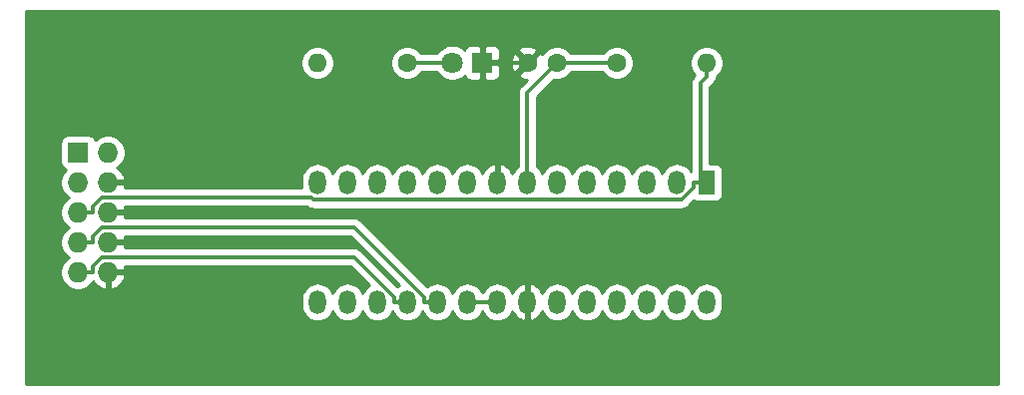
<source format=gbr>
%TF.GenerationSoftware,KiCad,Pcbnew,5.1.6-c6e7f7d~86~ubuntu18.04.1*%
%TF.CreationDate,2020-05-25T18:42:42+02:00*%
%TF.ProjectId,atmega_prog_adapter_v1,61746d65-6761-45f7-9072-6f675f616461,1.0*%
%TF.SameCoordinates,PX60e4b00PY60e4b00*%
%TF.FileFunction,Copper,L1,Top*%
%TF.FilePolarity,Positive*%
%FSLAX46Y46*%
G04 Gerber Fmt 4.6, Leading zero omitted, Abs format (unit mm)*
G04 Created by KiCad (PCBNEW 5.1.6-c6e7f7d~86~ubuntu18.04.1) date 2020-05-25 18:42:42*
%MOMM*%
%LPD*%
G01*
G04 APERTURE LIST*
%TA.AperFunction,ComponentPad*%
%ADD10C,1.600000*%
%TD*%
%TA.AperFunction,ComponentPad*%
%ADD11R,1.800000X1.800000*%
%TD*%
%TA.AperFunction,ComponentPad*%
%ADD12C,1.800000*%
%TD*%
%TA.AperFunction,ComponentPad*%
%ADD13R,1.727200X1.727200*%
%TD*%
%TA.AperFunction,ComponentPad*%
%ADD14O,1.727200X1.727200*%
%TD*%
%TA.AperFunction,ComponentPad*%
%ADD15O,1.600000X1.600000*%
%TD*%
%TA.AperFunction,ComponentPad*%
%ADD16R,1.440000X2.000000*%
%TD*%
%TA.AperFunction,ComponentPad*%
%ADD17O,1.440000X2.000000*%
%TD*%
%TA.AperFunction,Conductor*%
%ADD18C,0.350000*%
%TD*%
%TA.AperFunction,Conductor*%
%ADD19C,0.254000*%
%TD*%
G04 APERTURE END LIST*
D10*
%TO.P,C1,1*%
%TO.N,Net-(C1-Pad1)*%
X45720000Y27940000D03*
%TO.P,C1,2*%
%TO.N,GND*%
X43220000Y27940000D03*
%TD*%
D11*
%TO.P,D1,1*%
%TO.N,GND*%
X39370000Y27940000D03*
D12*
%TO.P,D1,2*%
%TO.N,Net-(D1-Pad2)*%
X36830000Y27940000D03*
%TD*%
D13*
%TO.P,J1,1*%
%TO.N,/MOSI*%
X5080000Y20320000D03*
D14*
%TO.P,J1,2*%
%TO.N,Net-(C1-Pad1)*%
X7620000Y20320000D03*
%TO.P,J1,3*%
%TO.N,Net-(J1-Pad3)*%
X5080000Y17780000D03*
%TO.P,J1,4*%
%TO.N,GND*%
X7620000Y17780000D03*
%TO.P,J1,5*%
%TO.N,/RESET*%
X5080000Y15240000D03*
%TO.P,J1,6*%
%TO.N,GND*%
X7620000Y15240000D03*
%TO.P,J1,7*%
%TO.N,/SCK*%
X5080000Y12700000D03*
%TO.P,J1,8*%
%TO.N,GND*%
X7620000Y12700000D03*
%TO.P,J1,9*%
%TO.N,/MISO*%
X5080000Y10160000D03*
%TO.P,J1,10*%
%TO.N,GND*%
X7620000Y10160000D03*
%TD*%
D10*
%TO.P,R1,1*%
%TO.N,Net-(C1-Pad1)*%
X50800000Y27940000D03*
D15*
%TO.P,R1,2*%
%TO.N,/RESET*%
X58420000Y27940000D03*
%TD*%
%TO.P,R2,2*%
%TO.N,Net-(R2-Pad2)*%
X25400000Y27940000D03*
D10*
%TO.P,R2,1*%
%TO.N,Net-(D1-Pad2)*%
X33020000Y27940000D03*
%TD*%
D16*
%TO.P,U1,1*%
%TO.N,/RESET*%
X58420000Y17780000D03*
D17*
%TO.P,U1,28*%
%TO.N,Net-(U1-Pad28)*%
X58420000Y7620000D03*
%TO.P,U1,2*%
%TO.N,Net-(U1-Pad2)*%
X55880000Y17780000D03*
%TO.P,U1,27*%
%TO.N,Net-(U1-Pad27)*%
X55880000Y7620000D03*
%TO.P,U1,3*%
%TO.N,Net-(U1-Pad3)*%
X53340000Y17780000D03*
%TO.P,U1,26*%
%TO.N,Net-(U1-Pad26)*%
X53340000Y7620000D03*
%TO.P,U1,4*%
%TO.N,Net-(U1-Pad4)*%
X50800000Y17780000D03*
%TO.P,U1,25*%
%TO.N,Net-(U1-Pad25)*%
X50800000Y7620000D03*
%TO.P,U1,5*%
%TO.N,Net-(U1-Pad5)*%
X48260000Y17780000D03*
%TO.P,U1,24*%
%TO.N,Net-(U1-Pad24)*%
X48260000Y7620000D03*
%TO.P,U1,6*%
%TO.N,Net-(U1-Pad6)*%
X45720000Y17780000D03*
%TO.P,U1,23*%
%TO.N,Net-(U1-Pad23)*%
X45720000Y7620000D03*
%TO.P,U1,7*%
%TO.N,Net-(C1-Pad1)*%
X43180000Y17780000D03*
%TO.P,U1,22*%
%TO.N,GND*%
X43180000Y7620000D03*
%TO.P,U1,8*%
X40640000Y17780000D03*
%TO.P,U1,21*%
%TO.N,Net-(C1-Pad1)*%
X40640000Y7620000D03*
%TO.P,U1,9*%
%TO.N,Net-(U1-Pad9)*%
X38100000Y17780000D03*
%TO.P,U1,20*%
%TO.N,Net-(C1-Pad1)*%
X38100000Y7620000D03*
%TO.P,U1,10*%
%TO.N,Net-(U1-Pad10)*%
X35560000Y17780000D03*
%TO.P,U1,19*%
%TO.N,/SCK*%
X35560000Y7620000D03*
%TO.P,U1,11*%
%TO.N,Net-(U1-Pad11)*%
X33020000Y17780000D03*
%TO.P,U1,18*%
%TO.N,/MISO*%
X33020000Y7620000D03*
%TO.P,U1,12*%
%TO.N,Net-(U1-Pad12)*%
X30480000Y17780000D03*
%TO.P,U1,17*%
%TO.N,/MOSI*%
X30480000Y7620000D03*
%TO.P,U1,13*%
%TO.N,Net-(U1-Pad13)*%
X27940000Y17780000D03*
%TO.P,U1,16*%
%TO.N,Net-(U1-Pad16)*%
X27940000Y7620000D03*
%TO.P,U1,14*%
%TO.N,Net-(R2-Pad2)*%
X25400000Y17780000D03*
%TO.P,U1,15*%
%TO.N,Net-(U1-Pad15)*%
X25400000Y7620000D03*
%TD*%
D18*
%TO.N,Net-(C1-Pad1)*%
X43180000Y17780000D02*
X43180000Y25400000D01*
X43180000Y25400000D02*
X45720000Y27940000D01*
X50800000Y27940000D02*
X45720000Y27940000D01*
X38100000Y7620000D02*
X40640000Y7620000D01*
%TO.N,GND*%
X39370000Y27940000D02*
X43220000Y27940000D01*
%TO.N,Net-(D1-Pad2)*%
X33020000Y27940000D02*
X36830000Y27940000D01*
%TO.N,/RESET*%
X58420000Y27940000D02*
X58420000Y26764700D01*
X57872400Y17780000D02*
X57872400Y26217100D01*
X57872400Y26217100D02*
X58420000Y26764700D01*
X57872400Y17780000D02*
X57324700Y17780000D01*
X58420000Y17780000D02*
X57872400Y17780000D01*
X5080000Y15240000D02*
X6318900Y15240000D01*
X57324700Y17780000D02*
X57324700Y17369300D01*
X57324700Y17369300D02*
X56278200Y16322800D01*
X56278200Y16322800D02*
X25028100Y16322800D01*
X25028100Y16322800D02*
X24840900Y16510000D01*
X24840900Y16510000D02*
X7075500Y16510000D01*
X7075500Y16510000D02*
X6318900Y15753400D01*
X6318900Y15753400D02*
X6318900Y15240000D01*
%TO.N,/SCK*%
X5080000Y12700000D02*
X6318900Y12700000D01*
X35560000Y7620000D02*
X34464700Y7620000D01*
X34464700Y7620000D02*
X34464700Y8030700D01*
X34464700Y8030700D02*
X28525400Y13970000D01*
X28525400Y13970000D02*
X7075500Y13970000D01*
X7075500Y13970000D02*
X6318900Y13213400D01*
X6318900Y13213400D02*
X6318900Y12700000D01*
%TO.N,/MISO*%
X6318900Y10160000D02*
X6318900Y10673400D01*
X6318900Y10673400D02*
X7075500Y11430000D01*
X7075500Y11430000D02*
X28525400Y11430000D01*
X28525400Y11430000D02*
X31924700Y8030700D01*
X31924700Y8030700D02*
X31924700Y7620000D01*
X5080000Y10160000D02*
X6318900Y10160000D01*
X33020000Y7620000D02*
X31924700Y7620000D01*
%TD*%
D19*
%TO.N,GND*%
G36*
X83160001Y660000D02*
G01*
X660000Y660000D01*
X660000Y21183600D01*
X3578328Y21183600D01*
X3578328Y19456400D01*
X3590588Y19331918D01*
X3626898Y19212220D01*
X3685863Y19101906D01*
X3765215Y19005215D01*
X3861906Y18925863D01*
X3972220Y18866898D01*
X4030023Y18849364D01*
X3915961Y18735302D01*
X3751958Y18489853D01*
X3638990Y18217125D01*
X3581400Y17927599D01*
X3581400Y17632401D01*
X3638990Y17342875D01*
X3751958Y17070147D01*
X3915961Y16824698D01*
X4124698Y16615961D01*
X4283281Y16510000D01*
X4124698Y16404039D01*
X3915961Y16195302D01*
X3751958Y15949853D01*
X3638990Y15677125D01*
X3581400Y15387599D01*
X3581400Y15092401D01*
X3638990Y14802875D01*
X3751958Y14530147D01*
X3915961Y14284698D01*
X4124698Y14075961D01*
X4283281Y13970000D01*
X4124698Y13864039D01*
X3915961Y13655302D01*
X3751958Y13409853D01*
X3638990Y13137125D01*
X3581400Y12847599D01*
X3581400Y12552401D01*
X3638990Y12262875D01*
X3751958Y11990147D01*
X3915961Y11744698D01*
X4124698Y11535961D01*
X4283281Y11430000D01*
X4124698Y11324039D01*
X3915961Y11115302D01*
X3751958Y10869853D01*
X3638990Y10597125D01*
X3581400Y10307599D01*
X3581400Y10012401D01*
X3638990Y9722875D01*
X3751958Y9450147D01*
X3915961Y9204698D01*
X4124698Y8995961D01*
X4370147Y8831958D01*
X4642875Y8718990D01*
X4932401Y8661400D01*
X5227599Y8661400D01*
X5517125Y8718990D01*
X5789853Y8831958D01*
X6035302Y8995961D01*
X6244039Y9204698D01*
X6339889Y9348148D01*
X6358691Y9350000D01*
X6363176Y9350442D01*
X6513146Y9149707D01*
X6731512Y8953183D01*
X6984022Y8803036D01*
X7260973Y8705037D01*
X7493000Y8825536D01*
X7493000Y10033000D01*
X7747000Y10033000D01*
X7747000Y8825536D01*
X7979027Y8705037D01*
X8255978Y8803036D01*
X8508488Y8953183D01*
X8726854Y9149707D01*
X8902684Y9385056D01*
X9029222Y9650186D01*
X9074958Y9800974D01*
X8953817Y10033000D01*
X7747000Y10033000D01*
X7493000Y10033000D01*
X7473000Y10033000D01*
X7473000Y10287000D01*
X7493000Y10287000D01*
X7493000Y10307000D01*
X7747000Y10307000D01*
X7747000Y10287000D01*
X8953817Y10287000D01*
X9074958Y10519026D01*
X9044331Y10620000D01*
X28189888Y10620000D01*
X29758904Y9050983D01*
X29723561Y9032092D01*
X29517236Y8862765D01*
X29347908Y8656440D01*
X29222086Y8421045D01*
X29210000Y8381202D01*
X29197914Y8421045D01*
X29072092Y8656440D01*
X28902765Y8862765D01*
X28696440Y9032092D01*
X28461045Y9157914D01*
X28205626Y9235394D01*
X27940000Y9261556D01*
X27674375Y9235394D01*
X27418956Y9157914D01*
X27183561Y9032092D01*
X26977236Y8862765D01*
X26807908Y8656440D01*
X26682086Y8421045D01*
X26670000Y8381202D01*
X26657914Y8421045D01*
X26532092Y8656440D01*
X26362765Y8862765D01*
X26156440Y9032092D01*
X25921045Y9157914D01*
X25665626Y9235394D01*
X25400000Y9261556D01*
X25134375Y9235394D01*
X24878956Y9157914D01*
X24643561Y9032092D01*
X24437236Y8862765D01*
X24267908Y8656440D01*
X24142086Y8421045D01*
X24064606Y8165626D01*
X24045000Y7966564D01*
X24045000Y7273437D01*
X24064606Y7074375D01*
X24142086Y6818956D01*
X24267908Y6583561D01*
X24437235Y6377236D01*
X24643560Y6207908D01*
X24878955Y6082086D01*
X25134374Y6004606D01*
X25400000Y5978444D01*
X25665625Y6004606D01*
X25921044Y6082086D01*
X26156439Y6207908D01*
X26362764Y6377235D01*
X26532092Y6583560D01*
X26657914Y6818955D01*
X26670000Y6858798D01*
X26682086Y6818956D01*
X26807908Y6583561D01*
X26977235Y6377236D01*
X27183560Y6207908D01*
X27418955Y6082086D01*
X27674374Y6004606D01*
X27940000Y5978444D01*
X28205625Y6004606D01*
X28461044Y6082086D01*
X28696439Y6207908D01*
X28902764Y6377235D01*
X29072092Y6583560D01*
X29197914Y6818955D01*
X29210000Y6858798D01*
X29222086Y6818956D01*
X29347908Y6583561D01*
X29517235Y6377236D01*
X29723560Y6207908D01*
X29958955Y6082086D01*
X30214374Y6004606D01*
X30480000Y5978444D01*
X30745625Y6004606D01*
X31001044Y6082086D01*
X31236439Y6207908D01*
X31442764Y6377235D01*
X31612092Y6583560D01*
X31737914Y6818955D01*
X31741041Y6829265D01*
X31760775Y6823278D01*
X31762086Y6818956D01*
X31887908Y6583561D01*
X32057235Y6377236D01*
X32263560Y6207908D01*
X32498955Y6082086D01*
X32754374Y6004606D01*
X33020000Y5978444D01*
X33285625Y6004606D01*
X33541044Y6082086D01*
X33776439Y6207908D01*
X33982764Y6377235D01*
X34152092Y6583560D01*
X34277914Y6818955D01*
X34281041Y6829265D01*
X34300775Y6823278D01*
X34302086Y6818956D01*
X34427908Y6583561D01*
X34597235Y6377236D01*
X34803560Y6207908D01*
X35038955Y6082086D01*
X35294374Y6004606D01*
X35560000Y5978444D01*
X35825625Y6004606D01*
X36081044Y6082086D01*
X36316439Y6207908D01*
X36522764Y6377235D01*
X36692092Y6583560D01*
X36817914Y6818955D01*
X36830000Y6858798D01*
X36842086Y6818956D01*
X36967908Y6583561D01*
X37137235Y6377236D01*
X37343560Y6207908D01*
X37578955Y6082086D01*
X37834374Y6004606D01*
X38100000Y5978444D01*
X38365625Y6004606D01*
X38621044Y6082086D01*
X38856439Y6207908D01*
X39062764Y6377235D01*
X39232092Y6583560D01*
X39353127Y6810000D01*
X39386873Y6810000D01*
X39507908Y6583561D01*
X39677235Y6377236D01*
X39883560Y6207908D01*
X40118955Y6082086D01*
X40374374Y6004606D01*
X40640000Y5978444D01*
X40905625Y6004606D01*
X41161044Y6082086D01*
X41396439Y6207908D01*
X41602764Y6377235D01*
X41772092Y6583560D01*
X41897914Y6818955D01*
X41911505Y6863759D01*
X41976744Y6704131D01*
X42123916Y6481605D01*
X42311673Y6292067D01*
X42532799Y6142801D01*
X42778797Y6039542D01*
X42843528Y6027441D01*
X43053000Y6150511D01*
X43053000Y7493000D01*
X43033000Y7493000D01*
X43033000Y7747000D01*
X43053000Y7747000D01*
X43053000Y9089489D01*
X43307000Y9089489D01*
X43307000Y7747000D01*
X43327000Y7747000D01*
X43327000Y7493000D01*
X43307000Y7493000D01*
X43307000Y6150511D01*
X43516472Y6027441D01*
X43581203Y6039542D01*
X43827201Y6142801D01*
X44048327Y6292067D01*
X44236084Y6481605D01*
X44383256Y6704131D01*
X44448495Y6863759D01*
X44462086Y6818956D01*
X44587908Y6583561D01*
X44757235Y6377236D01*
X44963560Y6207908D01*
X45198955Y6082086D01*
X45454374Y6004606D01*
X45720000Y5978444D01*
X45985625Y6004606D01*
X46241044Y6082086D01*
X46476439Y6207908D01*
X46682764Y6377235D01*
X46852092Y6583560D01*
X46977914Y6818955D01*
X46990000Y6858798D01*
X47002086Y6818956D01*
X47127908Y6583561D01*
X47297235Y6377236D01*
X47503560Y6207908D01*
X47738955Y6082086D01*
X47994374Y6004606D01*
X48260000Y5978444D01*
X48525625Y6004606D01*
X48781044Y6082086D01*
X49016439Y6207908D01*
X49222764Y6377235D01*
X49392092Y6583560D01*
X49517914Y6818955D01*
X49530000Y6858798D01*
X49542086Y6818956D01*
X49667908Y6583561D01*
X49837235Y6377236D01*
X50043560Y6207908D01*
X50278955Y6082086D01*
X50534374Y6004606D01*
X50800000Y5978444D01*
X51065625Y6004606D01*
X51321044Y6082086D01*
X51556439Y6207908D01*
X51762764Y6377235D01*
X51932092Y6583560D01*
X52057914Y6818955D01*
X52070000Y6858798D01*
X52082086Y6818956D01*
X52207908Y6583561D01*
X52377235Y6377236D01*
X52583560Y6207908D01*
X52818955Y6082086D01*
X53074374Y6004606D01*
X53340000Y5978444D01*
X53605625Y6004606D01*
X53861044Y6082086D01*
X54096439Y6207908D01*
X54302764Y6377235D01*
X54472092Y6583560D01*
X54597914Y6818955D01*
X54610000Y6858798D01*
X54622086Y6818956D01*
X54747908Y6583561D01*
X54917235Y6377236D01*
X55123560Y6207908D01*
X55358955Y6082086D01*
X55614374Y6004606D01*
X55880000Y5978444D01*
X56145625Y6004606D01*
X56401044Y6082086D01*
X56636439Y6207908D01*
X56842764Y6377235D01*
X57012092Y6583560D01*
X57137914Y6818955D01*
X57150000Y6858798D01*
X57162086Y6818956D01*
X57287908Y6583561D01*
X57457235Y6377236D01*
X57663560Y6207908D01*
X57898955Y6082086D01*
X58154374Y6004606D01*
X58420000Y5978444D01*
X58685625Y6004606D01*
X58941044Y6082086D01*
X59176439Y6207908D01*
X59382764Y6377235D01*
X59552092Y6583560D01*
X59677914Y6818955D01*
X59755394Y7074374D01*
X59775000Y7273436D01*
X59775000Y7966563D01*
X59755394Y8165625D01*
X59677914Y8421045D01*
X59552092Y8656440D01*
X59382765Y8862765D01*
X59176440Y9032092D01*
X58941045Y9157914D01*
X58685626Y9235394D01*
X58420000Y9261556D01*
X58154375Y9235394D01*
X57898956Y9157914D01*
X57663561Y9032092D01*
X57457236Y8862765D01*
X57287908Y8656440D01*
X57162086Y8421045D01*
X57150000Y8381202D01*
X57137914Y8421045D01*
X57012092Y8656440D01*
X56842765Y8862765D01*
X56636440Y9032092D01*
X56401045Y9157914D01*
X56145626Y9235394D01*
X55880000Y9261556D01*
X55614375Y9235394D01*
X55358956Y9157914D01*
X55123561Y9032092D01*
X54917236Y8862765D01*
X54747908Y8656440D01*
X54622086Y8421045D01*
X54610000Y8381202D01*
X54597914Y8421045D01*
X54472092Y8656440D01*
X54302765Y8862765D01*
X54096440Y9032092D01*
X53861045Y9157914D01*
X53605626Y9235394D01*
X53340000Y9261556D01*
X53074375Y9235394D01*
X52818956Y9157914D01*
X52583561Y9032092D01*
X52377236Y8862765D01*
X52207908Y8656440D01*
X52082086Y8421045D01*
X52070000Y8381202D01*
X52057914Y8421045D01*
X51932092Y8656440D01*
X51762765Y8862765D01*
X51556440Y9032092D01*
X51321045Y9157914D01*
X51065626Y9235394D01*
X50800000Y9261556D01*
X50534375Y9235394D01*
X50278956Y9157914D01*
X50043561Y9032092D01*
X49837236Y8862765D01*
X49667908Y8656440D01*
X49542086Y8421045D01*
X49530000Y8381202D01*
X49517914Y8421045D01*
X49392092Y8656440D01*
X49222765Y8862765D01*
X49016440Y9032092D01*
X48781045Y9157914D01*
X48525626Y9235394D01*
X48260000Y9261556D01*
X47994375Y9235394D01*
X47738956Y9157914D01*
X47503561Y9032092D01*
X47297236Y8862765D01*
X47127908Y8656440D01*
X47002086Y8421045D01*
X46990000Y8381202D01*
X46977914Y8421045D01*
X46852092Y8656440D01*
X46682765Y8862765D01*
X46476440Y9032092D01*
X46241045Y9157914D01*
X45985626Y9235394D01*
X45720000Y9261556D01*
X45454375Y9235394D01*
X45198956Y9157914D01*
X44963561Y9032092D01*
X44757236Y8862765D01*
X44587908Y8656440D01*
X44462086Y8421045D01*
X44448495Y8376241D01*
X44383256Y8535869D01*
X44236084Y8758395D01*
X44048327Y8947933D01*
X43827201Y9097199D01*
X43581203Y9200458D01*
X43516472Y9212559D01*
X43307000Y9089489D01*
X43053000Y9089489D01*
X42843528Y9212559D01*
X42778797Y9200458D01*
X42532799Y9097199D01*
X42311673Y8947933D01*
X42123916Y8758395D01*
X41976744Y8535869D01*
X41911505Y8376241D01*
X41897914Y8421045D01*
X41772092Y8656440D01*
X41602765Y8862765D01*
X41396440Y9032092D01*
X41161045Y9157914D01*
X40905626Y9235394D01*
X40640000Y9261556D01*
X40374375Y9235394D01*
X40118956Y9157914D01*
X39883561Y9032092D01*
X39677236Y8862765D01*
X39507908Y8656440D01*
X39386873Y8430000D01*
X39353127Y8430000D01*
X39232092Y8656440D01*
X39062765Y8862765D01*
X38856440Y9032092D01*
X38621045Y9157914D01*
X38365626Y9235394D01*
X38100000Y9261556D01*
X37834375Y9235394D01*
X37578956Y9157914D01*
X37343561Y9032092D01*
X37137236Y8862765D01*
X36967908Y8656440D01*
X36842086Y8421045D01*
X36830000Y8381202D01*
X36817914Y8421045D01*
X36692092Y8656440D01*
X36522765Y8862765D01*
X36316440Y9032092D01*
X36081045Y9157914D01*
X35825626Y9235394D01*
X35560000Y9261556D01*
X35294375Y9235394D01*
X35038956Y9157914D01*
X34803561Y9032092D01*
X34696601Y8944312D01*
X29126300Y14514612D01*
X29100928Y14545528D01*
X28977589Y14646749D01*
X28836873Y14721963D01*
X28684188Y14768280D01*
X28565191Y14780000D01*
X28565188Y14780000D01*
X28525400Y14783919D01*
X28485612Y14780000D01*
X9044331Y14780000D01*
X9074958Y14880974D01*
X8953817Y15113000D01*
X7747000Y15113000D01*
X7747000Y15093000D01*
X7493000Y15093000D01*
X7493000Y15113000D01*
X7473000Y15113000D01*
X7473000Y15367000D01*
X7493000Y15367000D01*
X7493000Y15387000D01*
X7747000Y15387000D01*
X7747000Y15367000D01*
X8953817Y15367000D01*
X9074958Y15599026D01*
X9044331Y15700000D01*
X24510173Y15700000D01*
X24575911Y15646051D01*
X24716627Y15570837D01*
X24869312Y15524520D01*
X24988309Y15512800D01*
X24988312Y15512800D01*
X25028100Y15508881D01*
X25067888Y15512800D01*
X56238412Y15512800D01*
X56278200Y15508881D01*
X56317988Y15512800D01*
X56317991Y15512800D01*
X56436988Y15524520D01*
X56589673Y15570837D01*
X56730389Y15646051D01*
X56853728Y15747272D01*
X56879099Y15778187D01*
X57348679Y16247767D01*
X57455820Y16190498D01*
X57575518Y16154188D01*
X57700000Y16141928D01*
X59140000Y16141928D01*
X59264482Y16154188D01*
X59384180Y16190498D01*
X59494494Y16249463D01*
X59591185Y16328815D01*
X59670537Y16425506D01*
X59729502Y16535820D01*
X59765812Y16655518D01*
X59778072Y16780000D01*
X59778072Y18780000D01*
X59765812Y18904482D01*
X59729502Y19024180D01*
X59670537Y19134494D01*
X59591185Y19231185D01*
X59494494Y19310537D01*
X59384180Y19369502D01*
X59264482Y19405812D01*
X59140000Y19418072D01*
X58682400Y19418072D01*
X58682400Y25881588D01*
X58964617Y26163805D01*
X58995528Y26189172D01*
X59051119Y26256910D01*
X59096749Y26312510D01*
X59171962Y26453226D01*
X59171963Y26453227D01*
X59218280Y26605912D01*
X59230000Y26724909D01*
X59230000Y26724911D01*
X59233211Y26757511D01*
X59334759Y26825363D01*
X59534637Y27025241D01*
X59691680Y27260273D01*
X59799853Y27521426D01*
X59855000Y27798665D01*
X59855000Y28081335D01*
X59799853Y28358574D01*
X59691680Y28619727D01*
X59534637Y28854759D01*
X59334759Y29054637D01*
X59099727Y29211680D01*
X58838574Y29319853D01*
X58561335Y29375000D01*
X58278665Y29375000D01*
X58001426Y29319853D01*
X57740273Y29211680D01*
X57505241Y29054637D01*
X57305363Y28854759D01*
X57148320Y28619727D01*
X57040147Y28358574D01*
X56985000Y28081335D01*
X56985000Y27798665D01*
X57040147Y27521426D01*
X57148320Y27260273D01*
X57305363Y27025241D01*
X57420196Y26910408D01*
X57327783Y26817995D01*
X57296873Y26792628D01*
X57271508Y26761720D01*
X57195651Y26669289D01*
X57127194Y26541213D01*
X57120438Y26528573D01*
X57085740Y26414188D01*
X57074121Y26375887D01*
X57058481Y26217100D01*
X57062401Y26177302D01*
X57062400Y18784794D01*
X57061928Y18780000D01*
X57061928Y18723204D01*
X57012092Y18816440D01*
X56842765Y19022765D01*
X56636440Y19192092D01*
X56401045Y19317914D01*
X56145626Y19395394D01*
X55880000Y19421556D01*
X55614375Y19395394D01*
X55358956Y19317914D01*
X55123561Y19192092D01*
X54917236Y19022765D01*
X54747908Y18816440D01*
X54622086Y18581045D01*
X54610000Y18541202D01*
X54597914Y18581045D01*
X54472092Y18816440D01*
X54302765Y19022765D01*
X54096440Y19192092D01*
X53861045Y19317914D01*
X53605626Y19395394D01*
X53340000Y19421556D01*
X53074375Y19395394D01*
X52818956Y19317914D01*
X52583561Y19192092D01*
X52377236Y19022765D01*
X52207908Y18816440D01*
X52082086Y18581045D01*
X52070000Y18541202D01*
X52057914Y18581045D01*
X51932092Y18816440D01*
X51762765Y19022765D01*
X51556440Y19192092D01*
X51321045Y19317914D01*
X51065626Y19395394D01*
X50800000Y19421556D01*
X50534375Y19395394D01*
X50278956Y19317914D01*
X50043561Y19192092D01*
X49837236Y19022765D01*
X49667908Y18816440D01*
X49542086Y18581045D01*
X49530000Y18541202D01*
X49517914Y18581045D01*
X49392092Y18816440D01*
X49222765Y19022765D01*
X49016440Y19192092D01*
X48781045Y19317914D01*
X48525626Y19395394D01*
X48260000Y19421556D01*
X47994375Y19395394D01*
X47738956Y19317914D01*
X47503561Y19192092D01*
X47297236Y19022765D01*
X47127908Y18816440D01*
X47002086Y18581045D01*
X46990000Y18541202D01*
X46977914Y18581045D01*
X46852092Y18816440D01*
X46682765Y19022765D01*
X46476440Y19192092D01*
X46241045Y19317914D01*
X45985626Y19395394D01*
X45720000Y19421556D01*
X45454375Y19395394D01*
X45198956Y19317914D01*
X44963561Y19192092D01*
X44757236Y19022765D01*
X44587908Y18816440D01*
X44462086Y18581045D01*
X44450000Y18541202D01*
X44437914Y18581045D01*
X44312092Y18816440D01*
X44142765Y19022765D01*
X43990000Y19148136D01*
X43990000Y25064488D01*
X45455093Y26529580D01*
X45578665Y26505000D01*
X45861335Y26505000D01*
X46138574Y26560147D01*
X46399727Y26668320D01*
X46634759Y26825363D01*
X46834637Y27025241D01*
X46904635Y27130000D01*
X49615365Y27130000D01*
X49685363Y27025241D01*
X49885241Y26825363D01*
X50120273Y26668320D01*
X50381426Y26560147D01*
X50658665Y26505000D01*
X50941335Y26505000D01*
X51218574Y26560147D01*
X51479727Y26668320D01*
X51714759Y26825363D01*
X51914637Y27025241D01*
X52071680Y27260273D01*
X52179853Y27521426D01*
X52235000Y27798665D01*
X52235000Y28081335D01*
X52179853Y28358574D01*
X52071680Y28619727D01*
X51914637Y28854759D01*
X51714759Y29054637D01*
X51479727Y29211680D01*
X51218574Y29319853D01*
X50941335Y29375000D01*
X50658665Y29375000D01*
X50381426Y29319853D01*
X50120273Y29211680D01*
X49885241Y29054637D01*
X49685363Y28854759D01*
X49615365Y28750000D01*
X46904635Y28750000D01*
X46834637Y28854759D01*
X46634759Y29054637D01*
X46399727Y29211680D01*
X46138574Y29319853D01*
X45861335Y29375000D01*
X45578665Y29375000D01*
X45301426Y29319853D01*
X45040273Y29211680D01*
X44805241Y29054637D01*
X44605363Y28854759D01*
X44471308Y28654131D01*
X44456671Y28681514D01*
X44212702Y28753097D01*
X43399605Y27940000D01*
X43413748Y27925857D01*
X43234143Y27746252D01*
X43220000Y27760395D01*
X42406903Y26947298D01*
X42478486Y26703329D01*
X42733996Y26582429D01*
X43008184Y26513700D01*
X43141611Y26507123D01*
X42635383Y26000895D01*
X42604473Y25975528D01*
X42579108Y25944620D01*
X42503251Y25852189D01*
X42456601Y25764911D01*
X42428038Y25711473D01*
X42399140Y25616208D01*
X42381721Y25558787D01*
X42366081Y25400000D01*
X42370001Y25360202D01*
X42370000Y19148136D01*
X42217236Y19022765D01*
X42047908Y18816440D01*
X41922086Y18581045D01*
X41908495Y18536241D01*
X41843256Y18695869D01*
X41696084Y18918395D01*
X41508327Y19107933D01*
X41287201Y19257199D01*
X41041203Y19360458D01*
X40976472Y19372559D01*
X40767000Y19249489D01*
X40767000Y17907000D01*
X40787000Y17907000D01*
X40787000Y17653000D01*
X40767000Y17653000D01*
X40767000Y17633000D01*
X40513000Y17633000D01*
X40513000Y17653000D01*
X40493000Y17653000D01*
X40493000Y17907000D01*
X40513000Y17907000D01*
X40513000Y19249489D01*
X40303528Y19372559D01*
X40238797Y19360458D01*
X39992799Y19257199D01*
X39771673Y19107933D01*
X39583916Y18918395D01*
X39436744Y18695869D01*
X39371505Y18536241D01*
X39357914Y18581045D01*
X39232092Y18816440D01*
X39062765Y19022765D01*
X38856440Y19192092D01*
X38621045Y19317914D01*
X38365626Y19395394D01*
X38100000Y19421556D01*
X37834375Y19395394D01*
X37578956Y19317914D01*
X37343561Y19192092D01*
X37137236Y19022765D01*
X36967908Y18816440D01*
X36842086Y18581045D01*
X36830000Y18541202D01*
X36817914Y18581045D01*
X36692092Y18816440D01*
X36522765Y19022765D01*
X36316440Y19192092D01*
X36081045Y19317914D01*
X35825626Y19395394D01*
X35560000Y19421556D01*
X35294375Y19395394D01*
X35038956Y19317914D01*
X34803561Y19192092D01*
X34597236Y19022765D01*
X34427908Y18816440D01*
X34302086Y18581045D01*
X34290000Y18541202D01*
X34277914Y18581045D01*
X34152092Y18816440D01*
X33982765Y19022765D01*
X33776440Y19192092D01*
X33541045Y19317914D01*
X33285626Y19395394D01*
X33020000Y19421556D01*
X32754375Y19395394D01*
X32498956Y19317914D01*
X32263561Y19192092D01*
X32057236Y19022765D01*
X31887908Y18816440D01*
X31762086Y18581045D01*
X31750000Y18541202D01*
X31737914Y18581045D01*
X31612092Y18816440D01*
X31442765Y19022765D01*
X31236440Y19192092D01*
X31001045Y19317914D01*
X30745626Y19395394D01*
X30480000Y19421556D01*
X30214375Y19395394D01*
X29958956Y19317914D01*
X29723561Y19192092D01*
X29517236Y19022765D01*
X29347908Y18816440D01*
X29222086Y18581045D01*
X29210000Y18541202D01*
X29197914Y18581045D01*
X29072092Y18816440D01*
X28902765Y19022765D01*
X28696440Y19192092D01*
X28461045Y19317914D01*
X28205626Y19395394D01*
X27940000Y19421556D01*
X27674375Y19395394D01*
X27418956Y19317914D01*
X27183561Y19192092D01*
X26977236Y19022765D01*
X26807908Y18816440D01*
X26682086Y18581045D01*
X26670000Y18541202D01*
X26657914Y18581045D01*
X26532092Y18816440D01*
X26362765Y19022765D01*
X26156440Y19192092D01*
X25921045Y19317914D01*
X25665626Y19395394D01*
X25400000Y19421556D01*
X25134375Y19395394D01*
X24878956Y19317914D01*
X24643561Y19192092D01*
X24437236Y19022765D01*
X24267908Y18816440D01*
X24142086Y18581045D01*
X24064606Y18325626D01*
X24045000Y18126564D01*
X24045000Y17433437D01*
X24056173Y17320000D01*
X9044331Y17320000D01*
X9074958Y17420974D01*
X8953817Y17653000D01*
X7747000Y17653000D01*
X7747000Y17633000D01*
X7493000Y17633000D01*
X7493000Y17653000D01*
X7473000Y17653000D01*
X7473000Y17907000D01*
X7493000Y17907000D01*
X7493000Y17927000D01*
X7747000Y17927000D01*
X7747000Y17907000D01*
X8953817Y17907000D01*
X9074958Y18139026D01*
X9029222Y18289814D01*
X8902684Y18554944D01*
X8726854Y18790293D01*
X8508488Y18986817D01*
X8409897Y19045441D01*
X8575302Y19155961D01*
X8784039Y19364698D01*
X8948042Y19610147D01*
X9061010Y19882875D01*
X9118600Y20172401D01*
X9118600Y20467599D01*
X9061010Y20757125D01*
X8948042Y21029853D01*
X8784039Y21275302D01*
X8575302Y21484039D01*
X8329853Y21648042D01*
X8057125Y21761010D01*
X7767599Y21818600D01*
X7472401Y21818600D01*
X7182875Y21761010D01*
X6910147Y21648042D01*
X6664698Y21484039D01*
X6550636Y21369977D01*
X6533102Y21427780D01*
X6474137Y21538094D01*
X6394785Y21634785D01*
X6298094Y21714137D01*
X6187780Y21773102D01*
X6068082Y21809412D01*
X5943600Y21821672D01*
X4216400Y21821672D01*
X4091918Y21809412D01*
X3972220Y21773102D01*
X3861906Y21714137D01*
X3765215Y21634785D01*
X3685863Y21538094D01*
X3626898Y21427780D01*
X3590588Y21308082D01*
X3578328Y21183600D01*
X660000Y21183600D01*
X660000Y28081335D01*
X23965000Y28081335D01*
X23965000Y27798665D01*
X24020147Y27521426D01*
X24128320Y27260273D01*
X24285363Y27025241D01*
X24485241Y26825363D01*
X24720273Y26668320D01*
X24981426Y26560147D01*
X25258665Y26505000D01*
X25541335Y26505000D01*
X25818574Y26560147D01*
X26079727Y26668320D01*
X26314759Y26825363D01*
X26514637Y27025241D01*
X26671680Y27260273D01*
X26779853Y27521426D01*
X26835000Y27798665D01*
X26835000Y28081335D01*
X31585000Y28081335D01*
X31585000Y27798665D01*
X31640147Y27521426D01*
X31748320Y27260273D01*
X31905363Y27025241D01*
X32105241Y26825363D01*
X32340273Y26668320D01*
X32601426Y26560147D01*
X32878665Y26505000D01*
X33161335Y26505000D01*
X33438574Y26560147D01*
X33699727Y26668320D01*
X33934759Y26825363D01*
X34134637Y27025241D01*
X34204635Y27130000D01*
X35525096Y27130000D01*
X35637688Y26961495D01*
X35851495Y26747688D01*
X36102905Y26579701D01*
X36382257Y26463989D01*
X36678816Y26405000D01*
X36981184Y26405000D01*
X37277743Y26463989D01*
X37557095Y26579701D01*
X37808505Y26747688D01*
X37874944Y26814127D01*
X37880498Y26795820D01*
X37939463Y26685506D01*
X38018815Y26588815D01*
X38115506Y26509463D01*
X38225820Y26450498D01*
X38345518Y26414188D01*
X38470000Y26401928D01*
X39084250Y26405000D01*
X39243000Y26563750D01*
X39243000Y27813000D01*
X39497000Y27813000D01*
X39497000Y26563750D01*
X39655750Y26405000D01*
X40270000Y26401928D01*
X40394482Y26414188D01*
X40514180Y26450498D01*
X40624494Y26509463D01*
X40721185Y26588815D01*
X40800537Y26685506D01*
X40859502Y26795820D01*
X40895812Y26915518D01*
X40908072Y27040000D01*
X40905000Y27654250D01*
X40746250Y27813000D01*
X39497000Y27813000D01*
X39243000Y27813000D01*
X39223000Y27813000D01*
X39223000Y27869488D01*
X41779783Y27869488D01*
X41821213Y27589870D01*
X41916397Y27323708D01*
X41983329Y27198486D01*
X42227298Y27126903D01*
X43040395Y27940000D01*
X42227298Y28753097D01*
X41983329Y28681514D01*
X41862429Y28426004D01*
X41793700Y28151816D01*
X41779783Y27869488D01*
X39223000Y27869488D01*
X39223000Y28067000D01*
X39243000Y28067000D01*
X39243000Y29316250D01*
X39497000Y29316250D01*
X39497000Y28067000D01*
X40746250Y28067000D01*
X40905000Y28225750D01*
X40908072Y28840000D01*
X40898942Y28932702D01*
X42406903Y28932702D01*
X43220000Y28119605D01*
X44033097Y28932702D01*
X43961514Y29176671D01*
X43706004Y29297571D01*
X43431816Y29366300D01*
X43149488Y29380217D01*
X42869870Y29338787D01*
X42603708Y29243603D01*
X42478486Y29176671D01*
X42406903Y28932702D01*
X40898942Y28932702D01*
X40895812Y28964482D01*
X40859502Y29084180D01*
X40800537Y29194494D01*
X40721185Y29291185D01*
X40624494Y29370537D01*
X40514180Y29429502D01*
X40394482Y29465812D01*
X40270000Y29478072D01*
X39655750Y29475000D01*
X39497000Y29316250D01*
X39243000Y29316250D01*
X39084250Y29475000D01*
X38470000Y29478072D01*
X38345518Y29465812D01*
X38225820Y29429502D01*
X38115506Y29370537D01*
X38018815Y29291185D01*
X37939463Y29194494D01*
X37880498Y29084180D01*
X37874944Y29065873D01*
X37808505Y29132312D01*
X37557095Y29300299D01*
X37277743Y29416011D01*
X36981184Y29475000D01*
X36678816Y29475000D01*
X36382257Y29416011D01*
X36102905Y29300299D01*
X35851495Y29132312D01*
X35637688Y28918505D01*
X35525096Y28750000D01*
X34204635Y28750000D01*
X34134637Y28854759D01*
X33934759Y29054637D01*
X33699727Y29211680D01*
X33438574Y29319853D01*
X33161335Y29375000D01*
X32878665Y29375000D01*
X32601426Y29319853D01*
X32340273Y29211680D01*
X32105241Y29054637D01*
X31905363Y28854759D01*
X31748320Y28619727D01*
X31640147Y28358574D01*
X31585000Y28081335D01*
X26835000Y28081335D01*
X26779853Y28358574D01*
X26671680Y28619727D01*
X26514637Y28854759D01*
X26314759Y29054637D01*
X26079727Y29211680D01*
X25818574Y29319853D01*
X25541335Y29375000D01*
X25258665Y29375000D01*
X24981426Y29319853D01*
X24720273Y29211680D01*
X24485241Y29054637D01*
X24285363Y28854759D01*
X24128320Y28619727D01*
X24020147Y28358574D01*
X23965000Y28081335D01*
X660000Y28081335D01*
X660000Y32360000D01*
X83160000Y32360000D01*
X83160001Y660000D01*
G37*
X83160001Y660000D02*
X660000Y660000D01*
X660000Y21183600D01*
X3578328Y21183600D01*
X3578328Y19456400D01*
X3590588Y19331918D01*
X3626898Y19212220D01*
X3685863Y19101906D01*
X3765215Y19005215D01*
X3861906Y18925863D01*
X3972220Y18866898D01*
X4030023Y18849364D01*
X3915961Y18735302D01*
X3751958Y18489853D01*
X3638990Y18217125D01*
X3581400Y17927599D01*
X3581400Y17632401D01*
X3638990Y17342875D01*
X3751958Y17070147D01*
X3915961Y16824698D01*
X4124698Y16615961D01*
X4283281Y16510000D01*
X4124698Y16404039D01*
X3915961Y16195302D01*
X3751958Y15949853D01*
X3638990Y15677125D01*
X3581400Y15387599D01*
X3581400Y15092401D01*
X3638990Y14802875D01*
X3751958Y14530147D01*
X3915961Y14284698D01*
X4124698Y14075961D01*
X4283281Y13970000D01*
X4124698Y13864039D01*
X3915961Y13655302D01*
X3751958Y13409853D01*
X3638990Y13137125D01*
X3581400Y12847599D01*
X3581400Y12552401D01*
X3638990Y12262875D01*
X3751958Y11990147D01*
X3915961Y11744698D01*
X4124698Y11535961D01*
X4283281Y11430000D01*
X4124698Y11324039D01*
X3915961Y11115302D01*
X3751958Y10869853D01*
X3638990Y10597125D01*
X3581400Y10307599D01*
X3581400Y10012401D01*
X3638990Y9722875D01*
X3751958Y9450147D01*
X3915961Y9204698D01*
X4124698Y8995961D01*
X4370147Y8831958D01*
X4642875Y8718990D01*
X4932401Y8661400D01*
X5227599Y8661400D01*
X5517125Y8718990D01*
X5789853Y8831958D01*
X6035302Y8995961D01*
X6244039Y9204698D01*
X6339889Y9348148D01*
X6358691Y9350000D01*
X6363176Y9350442D01*
X6513146Y9149707D01*
X6731512Y8953183D01*
X6984022Y8803036D01*
X7260973Y8705037D01*
X7493000Y8825536D01*
X7493000Y10033000D01*
X7747000Y10033000D01*
X7747000Y8825536D01*
X7979027Y8705037D01*
X8255978Y8803036D01*
X8508488Y8953183D01*
X8726854Y9149707D01*
X8902684Y9385056D01*
X9029222Y9650186D01*
X9074958Y9800974D01*
X8953817Y10033000D01*
X7747000Y10033000D01*
X7493000Y10033000D01*
X7473000Y10033000D01*
X7473000Y10287000D01*
X7493000Y10287000D01*
X7493000Y10307000D01*
X7747000Y10307000D01*
X7747000Y10287000D01*
X8953817Y10287000D01*
X9074958Y10519026D01*
X9044331Y10620000D01*
X28189888Y10620000D01*
X29758904Y9050983D01*
X29723561Y9032092D01*
X29517236Y8862765D01*
X29347908Y8656440D01*
X29222086Y8421045D01*
X29210000Y8381202D01*
X29197914Y8421045D01*
X29072092Y8656440D01*
X28902765Y8862765D01*
X28696440Y9032092D01*
X28461045Y9157914D01*
X28205626Y9235394D01*
X27940000Y9261556D01*
X27674375Y9235394D01*
X27418956Y9157914D01*
X27183561Y9032092D01*
X26977236Y8862765D01*
X26807908Y8656440D01*
X26682086Y8421045D01*
X26670000Y8381202D01*
X26657914Y8421045D01*
X26532092Y8656440D01*
X26362765Y8862765D01*
X26156440Y9032092D01*
X25921045Y9157914D01*
X25665626Y9235394D01*
X25400000Y9261556D01*
X25134375Y9235394D01*
X24878956Y9157914D01*
X24643561Y9032092D01*
X24437236Y8862765D01*
X24267908Y8656440D01*
X24142086Y8421045D01*
X24064606Y8165626D01*
X24045000Y7966564D01*
X24045000Y7273437D01*
X24064606Y7074375D01*
X24142086Y6818956D01*
X24267908Y6583561D01*
X24437235Y6377236D01*
X24643560Y6207908D01*
X24878955Y6082086D01*
X25134374Y6004606D01*
X25400000Y5978444D01*
X25665625Y6004606D01*
X25921044Y6082086D01*
X26156439Y6207908D01*
X26362764Y6377235D01*
X26532092Y6583560D01*
X26657914Y6818955D01*
X26670000Y6858798D01*
X26682086Y6818956D01*
X26807908Y6583561D01*
X26977235Y6377236D01*
X27183560Y6207908D01*
X27418955Y6082086D01*
X27674374Y6004606D01*
X27940000Y5978444D01*
X28205625Y6004606D01*
X28461044Y6082086D01*
X28696439Y6207908D01*
X28902764Y6377235D01*
X29072092Y6583560D01*
X29197914Y6818955D01*
X29210000Y6858798D01*
X29222086Y6818956D01*
X29347908Y6583561D01*
X29517235Y6377236D01*
X29723560Y6207908D01*
X29958955Y6082086D01*
X30214374Y6004606D01*
X30480000Y5978444D01*
X30745625Y6004606D01*
X31001044Y6082086D01*
X31236439Y6207908D01*
X31442764Y6377235D01*
X31612092Y6583560D01*
X31737914Y6818955D01*
X31741041Y6829265D01*
X31760775Y6823278D01*
X31762086Y6818956D01*
X31887908Y6583561D01*
X32057235Y6377236D01*
X32263560Y6207908D01*
X32498955Y6082086D01*
X32754374Y6004606D01*
X33020000Y5978444D01*
X33285625Y6004606D01*
X33541044Y6082086D01*
X33776439Y6207908D01*
X33982764Y6377235D01*
X34152092Y6583560D01*
X34277914Y6818955D01*
X34281041Y6829265D01*
X34300775Y6823278D01*
X34302086Y6818956D01*
X34427908Y6583561D01*
X34597235Y6377236D01*
X34803560Y6207908D01*
X35038955Y6082086D01*
X35294374Y6004606D01*
X35560000Y5978444D01*
X35825625Y6004606D01*
X36081044Y6082086D01*
X36316439Y6207908D01*
X36522764Y6377235D01*
X36692092Y6583560D01*
X36817914Y6818955D01*
X36830000Y6858798D01*
X36842086Y6818956D01*
X36967908Y6583561D01*
X37137235Y6377236D01*
X37343560Y6207908D01*
X37578955Y6082086D01*
X37834374Y6004606D01*
X38100000Y5978444D01*
X38365625Y6004606D01*
X38621044Y6082086D01*
X38856439Y6207908D01*
X39062764Y6377235D01*
X39232092Y6583560D01*
X39353127Y6810000D01*
X39386873Y6810000D01*
X39507908Y6583561D01*
X39677235Y6377236D01*
X39883560Y6207908D01*
X40118955Y6082086D01*
X40374374Y6004606D01*
X40640000Y5978444D01*
X40905625Y6004606D01*
X41161044Y6082086D01*
X41396439Y6207908D01*
X41602764Y6377235D01*
X41772092Y6583560D01*
X41897914Y6818955D01*
X41911505Y6863759D01*
X41976744Y6704131D01*
X42123916Y6481605D01*
X42311673Y6292067D01*
X42532799Y6142801D01*
X42778797Y6039542D01*
X42843528Y6027441D01*
X43053000Y6150511D01*
X43053000Y7493000D01*
X43033000Y7493000D01*
X43033000Y7747000D01*
X43053000Y7747000D01*
X43053000Y9089489D01*
X43307000Y9089489D01*
X43307000Y7747000D01*
X43327000Y7747000D01*
X43327000Y7493000D01*
X43307000Y7493000D01*
X43307000Y6150511D01*
X43516472Y6027441D01*
X43581203Y6039542D01*
X43827201Y6142801D01*
X44048327Y6292067D01*
X44236084Y6481605D01*
X44383256Y6704131D01*
X44448495Y6863759D01*
X44462086Y6818956D01*
X44587908Y6583561D01*
X44757235Y6377236D01*
X44963560Y6207908D01*
X45198955Y6082086D01*
X45454374Y6004606D01*
X45720000Y5978444D01*
X45985625Y6004606D01*
X46241044Y6082086D01*
X46476439Y6207908D01*
X46682764Y6377235D01*
X46852092Y6583560D01*
X46977914Y6818955D01*
X46990000Y6858798D01*
X47002086Y6818956D01*
X47127908Y6583561D01*
X47297235Y6377236D01*
X47503560Y6207908D01*
X47738955Y6082086D01*
X47994374Y6004606D01*
X48260000Y5978444D01*
X48525625Y6004606D01*
X48781044Y6082086D01*
X49016439Y6207908D01*
X49222764Y6377235D01*
X49392092Y6583560D01*
X49517914Y6818955D01*
X49530000Y6858798D01*
X49542086Y6818956D01*
X49667908Y6583561D01*
X49837235Y6377236D01*
X50043560Y6207908D01*
X50278955Y6082086D01*
X50534374Y6004606D01*
X50800000Y5978444D01*
X51065625Y6004606D01*
X51321044Y6082086D01*
X51556439Y6207908D01*
X51762764Y6377235D01*
X51932092Y6583560D01*
X52057914Y6818955D01*
X52070000Y6858798D01*
X52082086Y6818956D01*
X52207908Y6583561D01*
X52377235Y6377236D01*
X52583560Y6207908D01*
X52818955Y6082086D01*
X53074374Y6004606D01*
X53340000Y5978444D01*
X53605625Y6004606D01*
X53861044Y6082086D01*
X54096439Y6207908D01*
X54302764Y6377235D01*
X54472092Y6583560D01*
X54597914Y6818955D01*
X54610000Y6858798D01*
X54622086Y6818956D01*
X54747908Y6583561D01*
X54917235Y6377236D01*
X55123560Y6207908D01*
X55358955Y6082086D01*
X55614374Y6004606D01*
X55880000Y5978444D01*
X56145625Y6004606D01*
X56401044Y6082086D01*
X56636439Y6207908D01*
X56842764Y6377235D01*
X57012092Y6583560D01*
X57137914Y6818955D01*
X57150000Y6858798D01*
X57162086Y6818956D01*
X57287908Y6583561D01*
X57457235Y6377236D01*
X57663560Y6207908D01*
X57898955Y6082086D01*
X58154374Y6004606D01*
X58420000Y5978444D01*
X58685625Y6004606D01*
X58941044Y6082086D01*
X59176439Y6207908D01*
X59382764Y6377235D01*
X59552092Y6583560D01*
X59677914Y6818955D01*
X59755394Y7074374D01*
X59775000Y7273436D01*
X59775000Y7966563D01*
X59755394Y8165625D01*
X59677914Y8421045D01*
X59552092Y8656440D01*
X59382765Y8862765D01*
X59176440Y9032092D01*
X58941045Y9157914D01*
X58685626Y9235394D01*
X58420000Y9261556D01*
X58154375Y9235394D01*
X57898956Y9157914D01*
X57663561Y9032092D01*
X57457236Y8862765D01*
X57287908Y8656440D01*
X57162086Y8421045D01*
X57150000Y8381202D01*
X57137914Y8421045D01*
X57012092Y8656440D01*
X56842765Y8862765D01*
X56636440Y9032092D01*
X56401045Y9157914D01*
X56145626Y9235394D01*
X55880000Y9261556D01*
X55614375Y9235394D01*
X55358956Y9157914D01*
X55123561Y9032092D01*
X54917236Y8862765D01*
X54747908Y8656440D01*
X54622086Y8421045D01*
X54610000Y8381202D01*
X54597914Y8421045D01*
X54472092Y8656440D01*
X54302765Y8862765D01*
X54096440Y9032092D01*
X53861045Y9157914D01*
X53605626Y9235394D01*
X53340000Y9261556D01*
X53074375Y9235394D01*
X52818956Y9157914D01*
X52583561Y9032092D01*
X52377236Y8862765D01*
X52207908Y8656440D01*
X52082086Y8421045D01*
X52070000Y8381202D01*
X52057914Y8421045D01*
X51932092Y8656440D01*
X51762765Y8862765D01*
X51556440Y9032092D01*
X51321045Y9157914D01*
X51065626Y9235394D01*
X50800000Y9261556D01*
X50534375Y9235394D01*
X50278956Y9157914D01*
X50043561Y9032092D01*
X49837236Y8862765D01*
X49667908Y8656440D01*
X49542086Y8421045D01*
X49530000Y8381202D01*
X49517914Y8421045D01*
X49392092Y8656440D01*
X49222765Y8862765D01*
X49016440Y9032092D01*
X48781045Y9157914D01*
X48525626Y9235394D01*
X48260000Y9261556D01*
X47994375Y9235394D01*
X47738956Y9157914D01*
X47503561Y9032092D01*
X47297236Y8862765D01*
X47127908Y8656440D01*
X47002086Y8421045D01*
X46990000Y8381202D01*
X46977914Y8421045D01*
X46852092Y8656440D01*
X46682765Y8862765D01*
X46476440Y9032092D01*
X46241045Y9157914D01*
X45985626Y9235394D01*
X45720000Y9261556D01*
X45454375Y9235394D01*
X45198956Y9157914D01*
X44963561Y9032092D01*
X44757236Y8862765D01*
X44587908Y8656440D01*
X44462086Y8421045D01*
X44448495Y8376241D01*
X44383256Y8535869D01*
X44236084Y8758395D01*
X44048327Y8947933D01*
X43827201Y9097199D01*
X43581203Y9200458D01*
X43516472Y9212559D01*
X43307000Y9089489D01*
X43053000Y9089489D01*
X42843528Y9212559D01*
X42778797Y9200458D01*
X42532799Y9097199D01*
X42311673Y8947933D01*
X42123916Y8758395D01*
X41976744Y8535869D01*
X41911505Y8376241D01*
X41897914Y8421045D01*
X41772092Y8656440D01*
X41602765Y8862765D01*
X41396440Y9032092D01*
X41161045Y9157914D01*
X40905626Y9235394D01*
X40640000Y9261556D01*
X40374375Y9235394D01*
X40118956Y9157914D01*
X39883561Y9032092D01*
X39677236Y8862765D01*
X39507908Y8656440D01*
X39386873Y8430000D01*
X39353127Y8430000D01*
X39232092Y8656440D01*
X39062765Y8862765D01*
X38856440Y9032092D01*
X38621045Y9157914D01*
X38365626Y9235394D01*
X38100000Y9261556D01*
X37834375Y9235394D01*
X37578956Y9157914D01*
X37343561Y9032092D01*
X37137236Y8862765D01*
X36967908Y8656440D01*
X36842086Y8421045D01*
X36830000Y8381202D01*
X36817914Y8421045D01*
X36692092Y8656440D01*
X36522765Y8862765D01*
X36316440Y9032092D01*
X36081045Y9157914D01*
X35825626Y9235394D01*
X35560000Y9261556D01*
X35294375Y9235394D01*
X35038956Y9157914D01*
X34803561Y9032092D01*
X34696601Y8944312D01*
X29126300Y14514612D01*
X29100928Y14545528D01*
X28977589Y14646749D01*
X28836873Y14721963D01*
X28684188Y14768280D01*
X28565191Y14780000D01*
X28565188Y14780000D01*
X28525400Y14783919D01*
X28485612Y14780000D01*
X9044331Y14780000D01*
X9074958Y14880974D01*
X8953817Y15113000D01*
X7747000Y15113000D01*
X7747000Y15093000D01*
X7493000Y15093000D01*
X7493000Y15113000D01*
X7473000Y15113000D01*
X7473000Y15367000D01*
X7493000Y15367000D01*
X7493000Y15387000D01*
X7747000Y15387000D01*
X7747000Y15367000D01*
X8953817Y15367000D01*
X9074958Y15599026D01*
X9044331Y15700000D01*
X24510173Y15700000D01*
X24575911Y15646051D01*
X24716627Y15570837D01*
X24869312Y15524520D01*
X24988309Y15512800D01*
X24988312Y15512800D01*
X25028100Y15508881D01*
X25067888Y15512800D01*
X56238412Y15512800D01*
X56278200Y15508881D01*
X56317988Y15512800D01*
X56317991Y15512800D01*
X56436988Y15524520D01*
X56589673Y15570837D01*
X56730389Y15646051D01*
X56853728Y15747272D01*
X56879099Y15778187D01*
X57348679Y16247767D01*
X57455820Y16190498D01*
X57575518Y16154188D01*
X57700000Y16141928D01*
X59140000Y16141928D01*
X59264482Y16154188D01*
X59384180Y16190498D01*
X59494494Y16249463D01*
X59591185Y16328815D01*
X59670537Y16425506D01*
X59729502Y16535820D01*
X59765812Y16655518D01*
X59778072Y16780000D01*
X59778072Y18780000D01*
X59765812Y18904482D01*
X59729502Y19024180D01*
X59670537Y19134494D01*
X59591185Y19231185D01*
X59494494Y19310537D01*
X59384180Y19369502D01*
X59264482Y19405812D01*
X59140000Y19418072D01*
X58682400Y19418072D01*
X58682400Y25881588D01*
X58964617Y26163805D01*
X58995528Y26189172D01*
X59051119Y26256910D01*
X59096749Y26312510D01*
X59171962Y26453226D01*
X59171963Y26453227D01*
X59218280Y26605912D01*
X59230000Y26724909D01*
X59230000Y26724911D01*
X59233211Y26757511D01*
X59334759Y26825363D01*
X59534637Y27025241D01*
X59691680Y27260273D01*
X59799853Y27521426D01*
X59855000Y27798665D01*
X59855000Y28081335D01*
X59799853Y28358574D01*
X59691680Y28619727D01*
X59534637Y28854759D01*
X59334759Y29054637D01*
X59099727Y29211680D01*
X58838574Y29319853D01*
X58561335Y29375000D01*
X58278665Y29375000D01*
X58001426Y29319853D01*
X57740273Y29211680D01*
X57505241Y29054637D01*
X57305363Y28854759D01*
X57148320Y28619727D01*
X57040147Y28358574D01*
X56985000Y28081335D01*
X56985000Y27798665D01*
X57040147Y27521426D01*
X57148320Y27260273D01*
X57305363Y27025241D01*
X57420196Y26910408D01*
X57327783Y26817995D01*
X57296873Y26792628D01*
X57271508Y26761720D01*
X57195651Y26669289D01*
X57127194Y26541213D01*
X57120438Y26528573D01*
X57085740Y26414188D01*
X57074121Y26375887D01*
X57058481Y26217100D01*
X57062401Y26177302D01*
X57062400Y18784794D01*
X57061928Y18780000D01*
X57061928Y18723204D01*
X57012092Y18816440D01*
X56842765Y19022765D01*
X56636440Y19192092D01*
X56401045Y19317914D01*
X56145626Y19395394D01*
X55880000Y19421556D01*
X55614375Y19395394D01*
X55358956Y19317914D01*
X55123561Y19192092D01*
X54917236Y19022765D01*
X54747908Y18816440D01*
X54622086Y18581045D01*
X54610000Y18541202D01*
X54597914Y18581045D01*
X54472092Y18816440D01*
X54302765Y19022765D01*
X54096440Y19192092D01*
X53861045Y19317914D01*
X53605626Y19395394D01*
X53340000Y19421556D01*
X53074375Y19395394D01*
X52818956Y19317914D01*
X52583561Y19192092D01*
X52377236Y19022765D01*
X52207908Y18816440D01*
X52082086Y18581045D01*
X52070000Y18541202D01*
X52057914Y18581045D01*
X51932092Y18816440D01*
X51762765Y19022765D01*
X51556440Y19192092D01*
X51321045Y19317914D01*
X51065626Y19395394D01*
X50800000Y19421556D01*
X50534375Y19395394D01*
X50278956Y19317914D01*
X50043561Y19192092D01*
X49837236Y19022765D01*
X49667908Y18816440D01*
X49542086Y18581045D01*
X49530000Y18541202D01*
X49517914Y18581045D01*
X49392092Y18816440D01*
X49222765Y19022765D01*
X49016440Y19192092D01*
X48781045Y19317914D01*
X48525626Y19395394D01*
X48260000Y19421556D01*
X47994375Y19395394D01*
X47738956Y19317914D01*
X47503561Y19192092D01*
X47297236Y19022765D01*
X47127908Y18816440D01*
X47002086Y18581045D01*
X46990000Y18541202D01*
X46977914Y18581045D01*
X46852092Y18816440D01*
X46682765Y19022765D01*
X46476440Y19192092D01*
X46241045Y19317914D01*
X45985626Y19395394D01*
X45720000Y19421556D01*
X45454375Y19395394D01*
X45198956Y19317914D01*
X44963561Y19192092D01*
X44757236Y19022765D01*
X44587908Y18816440D01*
X44462086Y18581045D01*
X44450000Y18541202D01*
X44437914Y18581045D01*
X44312092Y18816440D01*
X44142765Y19022765D01*
X43990000Y19148136D01*
X43990000Y25064488D01*
X45455093Y26529580D01*
X45578665Y26505000D01*
X45861335Y26505000D01*
X46138574Y26560147D01*
X46399727Y26668320D01*
X46634759Y26825363D01*
X46834637Y27025241D01*
X46904635Y27130000D01*
X49615365Y27130000D01*
X49685363Y27025241D01*
X49885241Y26825363D01*
X50120273Y26668320D01*
X50381426Y26560147D01*
X50658665Y26505000D01*
X50941335Y26505000D01*
X51218574Y26560147D01*
X51479727Y26668320D01*
X51714759Y26825363D01*
X51914637Y27025241D01*
X52071680Y27260273D01*
X52179853Y27521426D01*
X52235000Y27798665D01*
X52235000Y28081335D01*
X52179853Y28358574D01*
X52071680Y28619727D01*
X51914637Y28854759D01*
X51714759Y29054637D01*
X51479727Y29211680D01*
X51218574Y29319853D01*
X50941335Y29375000D01*
X50658665Y29375000D01*
X50381426Y29319853D01*
X50120273Y29211680D01*
X49885241Y29054637D01*
X49685363Y28854759D01*
X49615365Y28750000D01*
X46904635Y28750000D01*
X46834637Y28854759D01*
X46634759Y29054637D01*
X46399727Y29211680D01*
X46138574Y29319853D01*
X45861335Y29375000D01*
X45578665Y29375000D01*
X45301426Y29319853D01*
X45040273Y29211680D01*
X44805241Y29054637D01*
X44605363Y28854759D01*
X44471308Y28654131D01*
X44456671Y28681514D01*
X44212702Y28753097D01*
X43399605Y27940000D01*
X43413748Y27925857D01*
X43234143Y27746252D01*
X43220000Y27760395D01*
X42406903Y26947298D01*
X42478486Y26703329D01*
X42733996Y26582429D01*
X43008184Y26513700D01*
X43141611Y26507123D01*
X42635383Y26000895D01*
X42604473Y25975528D01*
X42579108Y25944620D01*
X42503251Y25852189D01*
X42456601Y25764911D01*
X42428038Y25711473D01*
X42399140Y25616208D01*
X42381721Y25558787D01*
X42366081Y25400000D01*
X42370001Y25360202D01*
X42370000Y19148136D01*
X42217236Y19022765D01*
X42047908Y18816440D01*
X41922086Y18581045D01*
X41908495Y18536241D01*
X41843256Y18695869D01*
X41696084Y18918395D01*
X41508327Y19107933D01*
X41287201Y19257199D01*
X41041203Y19360458D01*
X40976472Y19372559D01*
X40767000Y19249489D01*
X40767000Y17907000D01*
X40787000Y17907000D01*
X40787000Y17653000D01*
X40767000Y17653000D01*
X40767000Y17633000D01*
X40513000Y17633000D01*
X40513000Y17653000D01*
X40493000Y17653000D01*
X40493000Y17907000D01*
X40513000Y17907000D01*
X40513000Y19249489D01*
X40303528Y19372559D01*
X40238797Y19360458D01*
X39992799Y19257199D01*
X39771673Y19107933D01*
X39583916Y18918395D01*
X39436744Y18695869D01*
X39371505Y18536241D01*
X39357914Y18581045D01*
X39232092Y18816440D01*
X39062765Y19022765D01*
X38856440Y19192092D01*
X38621045Y19317914D01*
X38365626Y19395394D01*
X38100000Y19421556D01*
X37834375Y19395394D01*
X37578956Y19317914D01*
X37343561Y19192092D01*
X37137236Y19022765D01*
X36967908Y18816440D01*
X36842086Y18581045D01*
X36830000Y18541202D01*
X36817914Y18581045D01*
X36692092Y18816440D01*
X36522765Y19022765D01*
X36316440Y19192092D01*
X36081045Y19317914D01*
X35825626Y19395394D01*
X35560000Y19421556D01*
X35294375Y19395394D01*
X35038956Y19317914D01*
X34803561Y19192092D01*
X34597236Y19022765D01*
X34427908Y18816440D01*
X34302086Y18581045D01*
X34290000Y18541202D01*
X34277914Y18581045D01*
X34152092Y18816440D01*
X33982765Y19022765D01*
X33776440Y19192092D01*
X33541045Y19317914D01*
X33285626Y19395394D01*
X33020000Y19421556D01*
X32754375Y19395394D01*
X32498956Y19317914D01*
X32263561Y19192092D01*
X32057236Y19022765D01*
X31887908Y18816440D01*
X31762086Y18581045D01*
X31750000Y18541202D01*
X31737914Y18581045D01*
X31612092Y18816440D01*
X31442765Y19022765D01*
X31236440Y19192092D01*
X31001045Y19317914D01*
X30745626Y19395394D01*
X30480000Y19421556D01*
X30214375Y19395394D01*
X29958956Y19317914D01*
X29723561Y19192092D01*
X29517236Y19022765D01*
X29347908Y18816440D01*
X29222086Y18581045D01*
X29210000Y18541202D01*
X29197914Y18581045D01*
X29072092Y18816440D01*
X28902765Y19022765D01*
X28696440Y19192092D01*
X28461045Y19317914D01*
X28205626Y19395394D01*
X27940000Y19421556D01*
X27674375Y19395394D01*
X27418956Y19317914D01*
X27183561Y19192092D01*
X26977236Y19022765D01*
X26807908Y18816440D01*
X26682086Y18581045D01*
X26670000Y18541202D01*
X26657914Y18581045D01*
X26532092Y18816440D01*
X26362765Y19022765D01*
X26156440Y19192092D01*
X25921045Y19317914D01*
X25665626Y19395394D01*
X25400000Y19421556D01*
X25134375Y19395394D01*
X24878956Y19317914D01*
X24643561Y19192092D01*
X24437236Y19022765D01*
X24267908Y18816440D01*
X24142086Y18581045D01*
X24064606Y18325626D01*
X24045000Y18126564D01*
X24045000Y17433437D01*
X24056173Y17320000D01*
X9044331Y17320000D01*
X9074958Y17420974D01*
X8953817Y17653000D01*
X7747000Y17653000D01*
X7747000Y17633000D01*
X7493000Y17633000D01*
X7493000Y17653000D01*
X7473000Y17653000D01*
X7473000Y17907000D01*
X7493000Y17907000D01*
X7493000Y17927000D01*
X7747000Y17927000D01*
X7747000Y17907000D01*
X8953817Y17907000D01*
X9074958Y18139026D01*
X9029222Y18289814D01*
X8902684Y18554944D01*
X8726854Y18790293D01*
X8508488Y18986817D01*
X8409897Y19045441D01*
X8575302Y19155961D01*
X8784039Y19364698D01*
X8948042Y19610147D01*
X9061010Y19882875D01*
X9118600Y20172401D01*
X9118600Y20467599D01*
X9061010Y20757125D01*
X8948042Y21029853D01*
X8784039Y21275302D01*
X8575302Y21484039D01*
X8329853Y21648042D01*
X8057125Y21761010D01*
X7767599Y21818600D01*
X7472401Y21818600D01*
X7182875Y21761010D01*
X6910147Y21648042D01*
X6664698Y21484039D01*
X6550636Y21369977D01*
X6533102Y21427780D01*
X6474137Y21538094D01*
X6394785Y21634785D01*
X6298094Y21714137D01*
X6187780Y21773102D01*
X6068082Y21809412D01*
X5943600Y21821672D01*
X4216400Y21821672D01*
X4091918Y21809412D01*
X3972220Y21773102D01*
X3861906Y21714137D01*
X3765215Y21634785D01*
X3685863Y21538094D01*
X3626898Y21427780D01*
X3590588Y21308082D01*
X3578328Y21183600D01*
X660000Y21183600D01*
X660000Y28081335D01*
X23965000Y28081335D01*
X23965000Y27798665D01*
X24020147Y27521426D01*
X24128320Y27260273D01*
X24285363Y27025241D01*
X24485241Y26825363D01*
X24720273Y26668320D01*
X24981426Y26560147D01*
X25258665Y26505000D01*
X25541335Y26505000D01*
X25818574Y26560147D01*
X26079727Y26668320D01*
X26314759Y26825363D01*
X26514637Y27025241D01*
X26671680Y27260273D01*
X26779853Y27521426D01*
X26835000Y27798665D01*
X26835000Y28081335D01*
X31585000Y28081335D01*
X31585000Y27798665D01*
X31640147Y27521426D01*
X31748320Y27260273D01*
X31905363Y27025241D01*
X32105241Y26825363D01*
X32340273Y26668320D01*
X32601426Y26560147D01*
X32878665Y26505000D01*
X33161335Y26505000D01*
X33438574Y26560147D01*
X33699727Y26668320D01*
X33934759Y26825363D01*
X34134637Y27025241D01*
X34204635Y27130000D01*
X35525096Y27130000D01*
X35637688Y26961495D01*
X35851495Y26747688D01*
X36102905Y26579701D01*
X36382257Y26463989D01*
X36678816Y26405000D01*
X36981184Y26405000D01*
X37277743Y26463989D01*
X37557095Y26579701D01*
X37808505Y26747688D01*
X37874944Y26814127D01*
X37880498Y26795820D01*
X37939463Y26685506D01*
X38018815Y26588815D01*
X38115506Y26509463D01*
X38225820Y26450498D01*
X38345518Y26414188D01*
X38470000Y26401928D01*
X39084250Y26405000D01*
X39243000Y26563750D01*
X39243000Y27813000D01*
X39497000Y27813000D01*
X39497000Y26563750D01*
X39655750Y26405000D01*
X40270000Y26401928D01*
X40394482Y26414188D01*
X40514180Y26450498D01*
X40624494Y26509463D01*
X40721185Y26588815D01*
X40800537Y26685506D01*
X40859502Y26795820D01*
X40895812Y26915518D01*
X40908072Y27040000D01*
X40905000Y27654250D01*
X40746250Y27813000D01*
X39497000Y27813000D01*
X39243000Y27813000D01*
X39223000Y27813000D01*
X39223000Y27869488D01*
X41779783Y27869488D01*
X41821213Y27589870D01*
X41916397Y27323708D01*
X41983329Y27198486D01*
X42227298Y27126903D01*
X43040395Y27940000D01*
X42227298Y28753097D01*
X41983329Y28681514D01*
X41862429Y28426004D01*
X41793700Y28151816D01*
X41779783Y27869488D01*
X39223000Y27869488D01*
X39223000Y28067000D01*
X39243000Y28067000D01*
X39243000Y29316250D01*
X39497000Y29316250D01*
X39497000Y28067000D01*
X40746250Y28067000D01*
X40905000Y28225750D01*
X40908072Y28840000D01*
X40898942Y28932702D01*
X42406903Y28932702D01*
X43220000Y28119605D01*
X44033097Y28932702D01*
X43961514Y29176671D01*
X43706004Y29297571D01*
X43431816Y29366300D01*
X43149488Y29380217D01*
X42869870Y29338787D01*
X42603708Y29243603D01*
X42478486Y29176671D01*
X42406903Y28932702D01*
X40898942Y28932702D01*
X40895812Y28964482D01*
X40859502Y29084180D01*
X40800537Y29194494D01*
X40721185Y29291185D01*
X40624494Y29370537D01*
X40514180Y29429502D01*
X40394482Y29465812D01*
X40270000Y29478072D01*
X39655750Y29475000D01*
X39497000Y29316250D01*
X39243000Y29316250D01*
X39084250Y29475000D01*
X38470000Y29478072D01*
X38345518Y29465812D01*
X38225820Y29429502D01*
X38115506Y29370537D01*
X38018815Y29291185D01*
X37939463Y29194494D01*
X37880498Y29084180D01*
X37874944Y29065873D01*
X37808505Y29132312D01*
X37557095Y29300299D01*
X37277743Y29416011D01*
X36981184Y29475000D01*
X36678816Y29475000D01*
X36382257Y29416011D01*
X36102905Y29300299D01*
X35851495Y29132312D01*
X35637688Y28918505D01*
X35525096Y28750000D01*
X34204635Y28750000D01*
X34134637Y28854759D01*
X33934759Y29054637D01*
X33699727Y29211680D01*
X33438574Y29319853D01*
X33161335Y29375000D01*
X32878665Y29375000D01*
X32601426Y29319853D01*
X32340273Y29211680D01*
X32105241Y29054637D01*
X31905363Y28854759D01*
X31748320Y28619727D01*
X31640147Y28358574D01*
X31585000Y28081335D01*
X26835000Y28081335D01*
X26779853Y28358574D01*
X26671680Y28619727D01*
X26514637Y28854759D01*
X26314759Y29054637D01*
X26079727Y29211680D01*
X25818574Y29319853D01*
X25541335Y29375000D01*
X25258665Y29375000D01*
X24981426Y29319853D01*
X24720273Y29211680D01*
X24485241Y29054637D01*
X24285363Y28854759D01*
X24128320Y28619727D01*
X24020147Y28358574D01*
X23965000Y28081335D01*
X660000Y28081335D01*
X660000Y32360000D01*
X83160000Y32360000D01*
X83160001Y660000D01*
G36*
X32298904Y9050983D02*
G01*
X32263561Y9032092D01*
X32156601Y8944312D01*
X29126300Y11974612D01*
X29100928Y12005528D01*
X28977589Y12106749D01*
X28836873Y12181963D01*
X28684188Y12228280D01*
X28565191Y12240000D01*
X28565188Y12240000D01*
X28525400Y12243919D01*
X28485612Y12240000D01*
X9044331Y12240000D01*
X9074958Y12340974D01*
X8953817Y12573000D01*
X7747000Y12573000D01*
X7747000Y12553000D01*
X7493000Y12553000D01*
X7493000Y12573000D01*
X7473000Y12573000D01*
X7473000Y12827000D01*
X7493000Y12827000D01*
X7493000Y12847000D01*
X7747000Y12847000D01*
X7747000Y12827000D01*
X8953817Y12827000D01*
X9074958Y13059026D01*
X9044331Y13160000D01*
X28189888Y13160000D01*
X32298904Y9050983D01*
G37*
X32298904Y9050983D02*
X32263561Y9032092D01*
X32156601Y8944312D01*
X29126300Y11974612D01*
X29100928Y12005528D01*
X28977589Y12106749D01*
X28836873Y12181963D01*
X28684188Y12228280D01*
X28565191Y12240000D01*
X28565188Y12240000D01*
X28525400Y12243919D01*
X28485612Y12240000D01*
X9044331Y12240000D01*
X9074958Y12340974D01*
X8953817Y12573000D01*
X7747000Y12573000D01*
X7747000Y12553000D01*
X7493000Y12553000D01*
X7493000Y12573000D01*
X7473000Y12573000D01*
X7473000Y12827000D01*
X7493000Y12827000D01*
X7493000Y12847000D01*
X7747000Y12847000D01*
X7747000Y12827000D01*
X8953817Y12827000D01*
X9074958Y13059026D01*
X9044331Y13160000D01*
X28189888Y13160000D01*
X32298904Y9050983D01*
%TD*%
M02*

</source>
